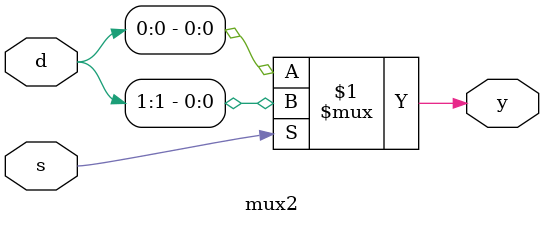
<source format=sv>
module mux2 (
    input  logic [1:0] d,
    input  logic       s,
    output logic       y
);

  assign y = s ? d[1] : d[0];

  // always_comb begin : mux
  //   if (s) begin
  //     y = d[1];
  //   end else begin
  //     y = d[0];
  //   end
  // end
endmodule

</source>
